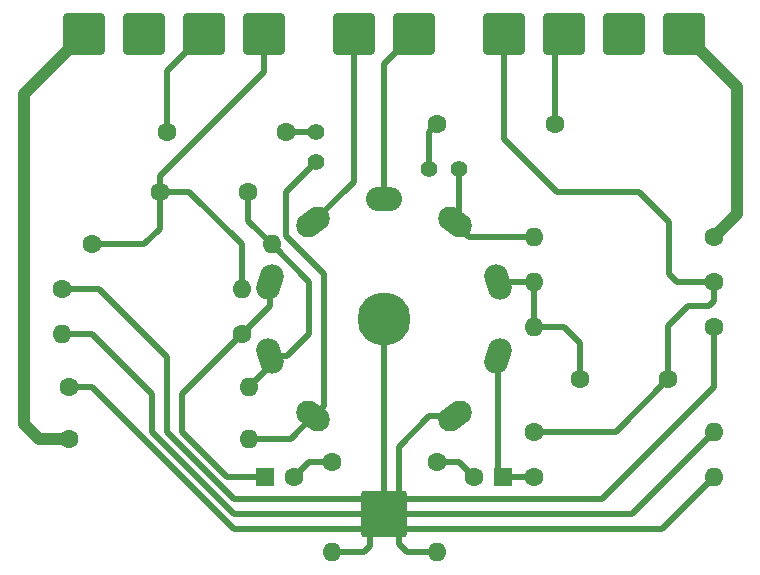
<source format=gbr>
G04 #@! TF.GenerationSoftware,KiCad,Pcbnew,7.0.8*
G04 #@! TF.CreationDate,2023-11-22T22:44:10+03:00*
G04 #@! TF.ProjectId,tubeTest,74756265-5465-4737-942e-6b696361645f,rev?*
G04 #@! TF.SameCoordinates,Original*
G04 #@! TF.FileFunction,Copper,L1,Top*
G04 #@! TF.FilePolarity,Positive*
%FSLAX46Y46*%
G04 Gerber Fmt 4.6, Leading zero omitted, Abs format (unit mm)*
G04 Created by KiCad (PCBNEW 7.0.8) date 2023-11-22 22:44:10*
%MOMM*%
%LPD*%
G01*
G04 APERTURE LIST*
G04 Aperture macros list*
%AMRoundRect*
0 Rectangle with rounded corners*
0 $1 Rounding radius*
0 $2 $3 $4 $5 $6 $7 $8 $9 X,Y pos of 4 corners*
0 Add a 4 corners polygon primitive as box body*
4,1,4,$2,$3,$4,$5,$6,$7,$8,$9,$2,$3,0*
0 Add four circle primitives for the rounded corners*
1,1,$1+$1,$2,$3*
1,1,$1+$1,$4,$5*
1,1,$1+$1,$6,$7*
1,1,$1+$1,$8,$9*
0 Add four rect primitives between the rounded corners*
20,1,$1+$1,$2,$3,$4,$5,0*
20,1,$1+$1,$4,$5,$6,$7,0*
20,1,$1+$1,$6,$7,$8,$9,0*
20,1,$1+$1,$8,$9,$2,$3,0*%
%AMHorizOval*
0 Thick line with rounded ends*
0 $1 width*
0 $2 $3 position (X,Y) of the first rounded end (center of the circle)*
0 $4 $5 position (X,Y) of the second rounded end (center of the circle)*
0 Add line between two ends*
20,1,$1,$2,$3,$4,$5,0*
0 Add two circle primitives to create the rounded ends*
1,1,$1,$2,$3*
1,1,$1,$4,$5*%
G04 Aperture macros list end*
G04 #@! TA.AperFunction,ComponentPad*
%ADD10RoundRect,0.250002X1.499998X1.499998X-1.499998X1.499998X-1.499998X-1.499998X1.499998X-1.499998X0*%
G04 #@! TD*
G04 #@! TA.AperFunction,ComponentPad*
%ADD11C,1.600000*%
G04 #@! TD*
G04 #@! TA.AperFunction,ComponentPad*
%ADD12O,1.600000X1.600000*%
G04 #@! TD*
G04 #@! TA.AperFunction,ComponentPad*
%ADD13RoundRect,0.250002X-1.499998X-1.499998X1.499998X-1.499998X1.499998X1.499998X-1.499998X1.499998X0*%
G04 #@! TD*
G04 #@! TA.AperFunction,ComponentPad*
%ADD14RoundRect,0.250002X-1.699998X-1.699998X1.699998X-1.699998X1.699998X1.699998X-1.699998X1.699998X0*%
G04 #@! TD*
G04 #@! TA.AperFunction,ComponentPad*
%ADD15C,1.400000*%
G04 #@! TD*
G04 #@! TA.AperFunction,ComponentPad*
%ADD16HorizOval,2.030000X-0.412599X0.299770X0.412599X-0.299770X0*%
G04 #@! TD*
G04 #@! TA.AperFunction,ComponentPad*
%ADD17HorizOval,2.030000X-0.157599X0.485039X0.157599X-0.485039X0*%
G04 #@! TD*
G04 #@! TA.AperFunction,ComponentPad*
%ADD18HorizOval,2.030000X0.157599X0.485039X-0.157599X-0.485039X0*%
G04 #@! TD*
G04 #@! TA.AperFunction,ComponentPad*
%ADD19HorizOval,2.030000X0.412599X0.299770X-0.412599X-0.299770X0*%
G04 #@! TD*
G04 #@! TA.AperFunction,ComponentPad*
%ADD20O,3.050000X2.030000*%
G04 #@! TD*
G04 #@! TA.AperFunction,ComponentPad*
%ADD21C,4.500000*%
G04 #@! TD*
G04 #@! TA.AperFunction,ComponentPad*
%ADD22R,1.600000X1.600000*%
G04 #@! TD*
G04 #@! TA.AperFunction,Conductor*
%ADD23C,0.500000*%
G04 #@! TD*
G04 #@! TA.AperFunction,Conductor*
%ADD24C,1.000000*%
G04 #@! TD*
G04 APERTURE END LIST*
D10*
X163830000Y-85090000D03*
X123190000Y-85090000D03*
D11*
X116205000Y-106680000D03*
D12*
X131445000Y-106680000D03*
D11*
X147955000Y-92710000D03*
X157955000Y-92710000D03*
D13*
X168910000Y-85090000D03*
X133350000Y-85090000D03*
D11*
X116840000Y-119380000D03*
D12*
X132080000Y-119380000D03*
D13*
X118110000Y-85090000D03*
D11*
X139065000Y-121285000D03*
D12*
X139065000Y-128905000D03*
D14*
X143510000Y-125730000D03*
D15*
X137715000Y-95885000D03*
X137715000Y-93345000D03*
X147320000Y-96520000D03*
X149860000Y-96520000D03*
D13*
X128270000Y-85090000D03*
D11*
X147955000Y-121285000D03*
D12*
X147955000Y-128905000D03*
D11*
X156210000Y-122555000D03*
D12*
X171450000Y-122555000D03*
D11*
X124520000Y-98425000D03*
X132020000Y-98425000D03*
X118745000Y-102870000D03*
D12*
X133985000Y-102870000D03*
D11*
X167580000Y-114300000D03*
X160080000Y-114300000D03*
X156210000Y-118745000D03*
D12*
X171450000Y-118745000D03*
D13*
X158750000Y-85090000D03*
X146050000Y-85090000D03*
D11*
X116840000Y-114935000D03*
D12*
X132080000Y-114935000D03*
D13*
X153670000Y-85090000D03*
D11*
X135175000Y-93345000D03*
X125175000Y-93345000D03*
X171450000Y-109855000D03*
D12*
X156210000Y-109855000D03*
D11*
X131445000Y-110490000D03*
D12*
X116205000Y-110490000D03*
D11*
X171450000Y-106045000D03*
D12*
X156210000Y-106045000D03*
D13*
X140970000Y-85090000D03*
D11*
X171450000Y-102235000D03*
D12*
X156210000Y-102235000D03*
D16*
X137538102Y-117439612D03*
D17*
X133848170Y-112362396D03*
D18*
X133846361Y-106083171D03*
D19*
X137538102Y-101000387D03*
D20*
X143507073Y-99060000D03*
D16*
X149481898Y-101000387D03*
D17*
X153171830Y-106077604D03*
D18*
X153172734Y-112359612D03*
D19*
X149484266Y-117437892D03*
D21*
X143510000Y-109220000D03*
D22*
X133414888Y-122555000D03*
D11*
X135914888Y-122555000D03*
D22*
X153605113Y-122555000D03*
D11*
X151105113Y-122555000D03*
D23*
X167580000Y-114300000D02*
X167580000Y-109784200D01*
X167580000Y-109784200D02*
X169287200Y-108077000D01*
X169287200Y-108077000D02*
X171065200Y-108077000D01*
X171065200Y-108077000D02*
X171450000Y-107692200D01*
X171450000Y-107692200D02*
X171450000Y-106045000D01*
X143510000Y-125730000D02*
X142363200Y-126876800D01*
X142363200Y-126876800D02*
X142363200Y-128397000D01*
X141855200Y-128905000D02*
X142363200Y-128397000D01*
X139065000Y-128905000D02*
X141855200Y-128905000D01*
X135175000Y-93345000D02*
X137715000Y-93345000D01*
X137715000Y-95885000D02*
X135175000Y-98425000D01*
X135175000Y-98425000D02*
X135175000Y-102155000D01*
X124520000Y-97095000D02*
X133350000Y-88265000D01*
X138430000Y-116547714D02*
X137538102Y-117439612D01*
X138430000Y-105410000D02*
X138430000Y-116547714D01*
X135175000Y-102155000D02*
X138430000Y-105410000D01*
X130175000Y-122555000D02*
X133414888Y-122555000D01*
X126365000Y-118745000D02*
X130175000Y-122555000D01*
X126365000Y-115570000D02*
X126365000Y-118745000D01*
X131445000Y-110490000D02*
X126365000Y-115570000D01*
X142240000Y-124460000D02*
X143510000Y-125730000D01*
X130810000Y-124460000D02*
X142240000Y-124460000D01*
X125095000Y-118745000D02*
X130810000Y-124460000D01*
X125095000Y-118745000D02*
X125095000Y-112395000D01*
X125095000Y-112395000D02*
X119380000Y-106680000D01*
X119380000Y-106680000D02*
X116205000Y-106680000D01*
X130810000Y-125730000D02*
X143510000Y-125730000D01*
X123825000Y-118745000D02*
X123825000Y-115570000D01*
X123825000Y-115570000D02*
X118745000Y-110490000D01*
X123825000Y-118745000D02*
X130810000Y-125730000D01*
X118745000Y-110490000D02*
X116205000Y-110490000D01*
X130810000Y-127000000D02*
X139065000Y-127000000D01*
X122555000Y-118745000D02*
X130810000Y-127000000D01*
X122555000Y-118745000D02*
X118745000Y-114935000D01*
X118745000Y-114935000D02*
X116840000Y-114935000D01*
X124520000Y-98425000D02*
X124520000Y-97095000D01*
X133350000Y-88265000D02*
X133350000Y-85090000D01*
X155575000Y-125730000D02*
X143510000Y-125730000D01*
X145415000Y-128905000D02*
X144780000Y-128270000D01*
X171450000Y-118745000D02*
X164465000Y-125730000D01*
X147357108Y-117437892D02*
X149484266Y-117437892D01*
X161290000Y-124460000D02*
X144780000Y-124460000D01*
X139065000Y-127000000D02*
X142240000Y-127000000D01*
X147955000Y-128905000D02*
X145415000Y-128905000D01*
X147357108Y-117437892D02*
X144780000Y-120015000D01*
X171450000Y-109855000D02*
X171450000Y-114935000D01*
X143510000Y-109220000D02*
X143510000Y-125730000D01*
X164465000Y-125730000D02*
X155575000Y-125730000D01*
X144780000Y-120015000D02*
X144780000Y-124460000D01*
X158115000Y-127000000D02*
X144780000Y-127000000D01*
X143510000Y-125730000D02*
X143510000Y-124460000D01*
X144780000Y-124460000D02*
X143510000Y-125730000D01*
X161925000Y-124460000D02*
X161290000Y-124460000D01*
X171450000Y-114935000D02*
X161925000Y-124460000D01*
X171450000Y-122555000D02*
X167005000Y-127000000D01*
X144780000Y-127000000D02*
X143510000Y-125730000D01*
X142240000Y-127000000D02*
X143510000Y-125730000D01*
X167005000Y-127000000D02*
X158115000Y-127000000D01*
X144780000Y-128270000D02*
X144780000Y-127000000D01*
X142240000Y-125730000D02*
X143510000Y-124460000D01*
X153172734Y-112359612D02*
X153172734Y-122122621D01*
X153605113Y-122555000D02*
X156210000Y-122555000D01*
X153172734Y-122122621D02*
X153605113Y-122555000D01*
X156210000Y-102235000D02*
X150716511Y-102235000D01*
X149860000Y-100622285D02*
X149481898Y-101000387D01*
X149860000Y-96520000D02*
X149860000Y-100622285D01*
X150716511Y-102235000D02*
X149481898Y-101000387D01*
X158750000Y-85090000D02*
X157955000Y-85885000D01*
X157955000Y-85885000D02*
X157955000Y-92710000D01*
X133846361Y-108088639D02*
X133846361Y-106083171D01*
X131445000Y-110490000D02*
X133846361Y-108088639D01*
X132080000Y-119380000D02*
X135597714Y-119380000D01*
X135597714Y-119380000D02*
X137538102Y-117439612D01*
X125175000Y-88185000D02*
X128270000Y-85090000D01*
X125175000Y-93345000D02*
X125175000Y-88185000D01*
X140970000Y-85090000D02*
X140970000Y-97568489D01*
X140970000Y-97568489D02*
X137538102Y-101000387D01*
X146050000Y-85090000D02*
X143507073Y-87632927D01*
X143507073Y-87632927D02*
X143507073Y-99060000D01*
X156210000Y-118745000D02*
X163135000Y-118745000D01*
X153670000Y-85090000D02*
X153670000Y-93980000D01*
X165100000Y-98425000D02*
X167640000Y-100965000D01*
X168275000Y-106045000D02*
X171450000Y-106045000D01*
X163135000Y-118745000D02*
X167580000Y-114300000D01*
X158115000Y-98425000D02*
X165100000Y-98425000D01*
X153670000Y-93980000D02*
X158115000Y-98425000D01*
X167640000Y-105410000D02*
X168275000Y-106045000D01*
X167640000Y-100965000D02*
X167640000Y-105410000D01*
X156210000Y-106045000D02*
X153204434Y-106045000D01*
X160080000Y-111185000D02*
X160080000Y-114300000D01*
X158750000Y-109855000D02*
X160080000Y-111185000D01*
X156210000Y-109855000D02*
X158750000Y-109855000D01*
X156210000Y-106045000D02*
X156210000Y-109855000D01*
X153204434Y-106045000D02*
X153171830Y-106077604D01*
X127000000Y-98425000D02*
X124520000Y-98425000D01*
X131445000Y-102870000D02*
X127000000Y-98425000D01*
X123190000Y-102870000D02*
X124520000Y-101540000D01*
X124520000Y-101540000D02*
X124520000Y-98425000D01*
X118745000Y-102870000D02*
X123190000Y-102870000D01*
X131445000Y-106680000D02*
X131445000Y-102870000D01*
X133985000Y-102870000D02*
X137160000Y-106045000D01*
X132020000Y-100905000D02*
X133985000Y-102870000D01*
X137160000Y-110490000D02*
X135287604Y-112362396D01*
X132080000Y-114935000D02*
X133848170Y-113166830D01*
X132020000Y-98425000D02*
X132020000Y-100905000D01*
X137160000Y-106045000D02*
X137160000Y-110490000D01*
X133848170Y-113166830D02*
X133848170Y-112362396D01*
X135287604Y-112362396D02*
X133848170Y-112362396D01*
X149835113Y-121285000D02*
X151105113Y-122555000D01*
X147955000Y-121285000D02*
X149835113Y-121285000D01*
X137184888Y-121285000D02*
X135914888Y-122555000D01*
X139065000Y-121285000D02*
X137184888Y-121285000D01*
D24*
X171450000Y-102235000D02*
X173355000Y-100330000D01*
X173355000Y-89535000D02*
X168910000Y-85090000D01*
X173355000Y-100330000D02*
X173355000Y-89535000D01*
X114300000Y-119380000D02*
X113030000Y-118110000D01*
X113030000Y-118110000D02*
X113030000Y-90170000D01*
X116840000Y-119380000D02*
X114300000Y-119380000D01*
X113030000Y-90170000D02*
X118110000Y-85090000D01*
D23*
X147320000Y-96520000D02*
X147320000Y-93345000D01*
X147320000Y-93345000D02*
X147955000Y-92710000D01*
M02*

</source>
